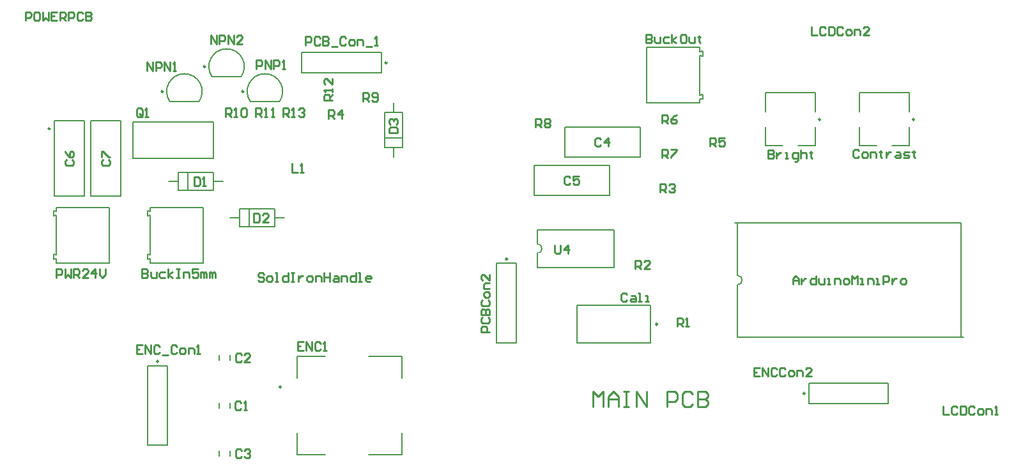
<source format=gto>
G04*
G04 #@! TF.GenerationSoftware,Altium Limited,Altium Designer,24.4.1 (13)*
G04*
G04 Layer_Color=65535*
%FSLAX44Y44*%
%MOMM*%
G71*
G04*
G04 #@! TF.SameCoordinates,D16DE8F3-FD65-4EAC-9AAE-F1089B62832C*
G04*
G04*
G04 #@! TF.FilePolarity,Positive*
G04*
G01*
G75*
%ADD34C,0.2000*%
%ADD35C,0.2500*%
%ADD36C,0.2540*%
D34*
X1367736Y900614D02*
G03*
X1367736Y913114I0J6250D01*
G01*
X1102360Y942320D02*
G03*
X1102360Y955020I0J6350D01*
G01*
X1367736Y831214D02*
Y900614D01*
Y913114D02*
Y982514D01*
Y831214D02*
X1667736D01*
X1663926D02*
Y982514D01*
X1363926D02*
X1663926D01*
X1102360Y923670D02*
X1203960D01*
Y973670D01*
X1102360D02*
X1203960D01*
X1102360Y955020D02*
Y973670D01*
Y923670D02*
Y942320D01*
X1247700Y1141560D02*
X1317700D01*
X1247700Y1215560D02*
X1317700D01*
X1247700Y1141560D02*
Y1215560D01*
X1321700Y1204010D02*
Y1210510D01*
X1317700Y1209760D02*
X1321700Y1210510D01*
X1317700Y1204760D02*
X1321700Y1204010D01*
X1317700Y1209760D02*
Y1215560D01*
Y1152360D02*
X1321700Y1153110D01*
X1317700Y1147360D02*
X1321700Y1146610D01*
Y1153110D01*
X1317700Y1141560D02*
Y1147360D01*
Y1152360D02*
Y1204760D01*
X1404640Y1155090D02*
X1470640D01*
Y1130040D02*
Y1155090D01*
Y1085190D02*
Y1109540D01*
X1404640Y1085190D02*
Y1109540D01*
Y1130040D02*
Y1155090D01*
X1447890Y1085190D02*
X1470640D01*
X1404640D02*
X1427390D01*
X1529100Y1155090D02*
X1595100D01*
Y1130040D02*
Y1155090D01*
Y1085190D02*
Y1109540D01*
X1529100Y1085190D02*
Y1109540D01*
Y1130040D02*
Y1155090D01*
X1572350Y1085190D02*
X1595100D01*
X1529100D02*
X1551850D01*
X1138720Y1069660D02*
X1238720D01*
X1138720D02*
Y1109660D01*
X1238720Y1069660D02*
Y1109660D01*
X1138720D02*
X1238720D01*
X1098080Y1018860D02*
X1198080D01*
X1098080D02*
Y1058860D01*
X1198080Y1018860D02*
Y1058860D01*
X1098080D02*
X1198080D01*
X1048370Y929000D02*
X1075070D01*
X1048370Y823600D02*
Y929000D01*
Y823600D02*
X1075070D01*
Y929000D01*
X1155060Y873110D02*
X1252860D01*
Y823510D02*
Y873110D01*
X1155060Y823510D02*
X1252860D01*
X1155060D02*
Y873110D01*
X1462108Y743160D02*
Y769860D01*
Y743160D02*
X1567508D01*
Y769860D01*
X1462108D02*
X1567508D01*
X761019Y1143618D02*
G03*
X722343Y1143615I-19339J13352D01*
G01*
X710219Y1176638D02*
G03*
X671543Y1176635I-19339J13352D01*
G01*
X654339Y1143618D02*
G03*
X615663Y1143615I-19339J13352D01*
G01*
X639690Y1025840D02*
Y1049340D01*
X614290Y1037590D02*
X626990D01*
X673490D02*
X686190D01*
X673490Y1025840D02*
Y1049340D01*
X626990Y1025840D02*
X673490D01*
X626990D02*
Y1049340D01*
X673490D01*
X722344Y1143620D02*
X761016D01*
X671544Y1176640D02*
X710217D01*
X615663Y1143620D02*
X654336D01*
X566410Y1116875D02*
X673110D01*
X566410Y1068575D02*
Y1116875D01*
Y1068575D02*
X673110D01*
Y1116875D01*
X550860Y1018070D02*
Y1118070D01*
X510860Y1018070D02*
X550860D01*
X510860Y1118070D02*
X550860D01*
X510860Y1018070D02*
Y1118070D01*
X502600Y1018070D02*
Y1118070D01*
X462600Y1018070D02*
X502600D01*
X462600Y1118070D02*
X502600D01*
X462600Y1018070D02*
Y1118070D01*
X465380Y1003470D02*
X535380D01*
X465380Y929470D02*
X535380D01*
Y1003470D01*
X461380Y934520D02*
Y941020D01*
Y934520D02*
X465380Y935270D01*
X461380Y941020D02*
X465380Y940270D01*
Y929470D02*
Y935270D01*
X461380Y991920D02*
X465380Y992670D01*
X461380Y998420D02*
X465380Y997670D01*
X461380Y991920D02*
Y998420D01*
X465380Y997670D02*
Y1003470D01*
Y940270D02*
Y992670D01*
X589840Y1003470D02*
X659840D01*
X589840Y929470D02*
X659840D01*
Y1003470D01*
X585840Y934520D02*
Y941020D01*
Y934520D02*
X589840Y935270D01*
X585840Y941020D02*
X589840Y940270D01*
Y929470D02*
Y935270D01*
X585840Y991920D02*
X589840Y992670D01*
X585840Y998420D02*
X589840Y997670D01*
X585840Y991920D02*
Y998420D01*
X589840Y997670D02*
Y1003470D01*
Y940270D02*
Y992670D01*
X708270Y1001080D02*
X754770D01*
X708270Y977580D02*
Y1001080D01*
Y977580D02*
X754770D01*
Y1001080D01*
Y989330D02*
X767470D01*
X695570D02*
X708270D01*
X720970Y977580D02*
Y1001080D01*
X895980Y1181720D02*
Y1208420D01*
X790580D02*
X895980D01*
X790580Y1181720D02*
Y1208420D01*
Y1181720D02*
X895980D01*
X900110Y1082920D02*
Y1129420D01*
Y1082920D02*
X923610D01*
Y1129420D01*
X900110D02*
X923610D01*
X911860D02*
Y1142120D01*
Y1070220D02*
Y1082920D01*
X900110Y1095620D02*
X923610D01*
X680840Y800410D02*
Y807410D01*
X695840Y800410D02*
Y807410D01*
X680840Y736910D02*
Y743910D01*
X695840Y736910D02*
Y743910D01*
X680840Y673410D02*
Y680410D01*
X695840Y673410D02*
Y680410D01*
X879190Y805410D02*
X922940D01*
X783940D02*
X821690D01*
X783940Y675410D02*
Y703910D01*
Y776910D02*
Y805410D01*
X879190Y675410D02*
X922940D01*
X783940D02*
X821690D01*
X922940D02*
Y703910D01*
Y776910D02*
Y805410D01*
X586090Y793110D02*
X612790D01*
X586090Y687710D02*
Y793110D01*
Y687710D02*
X612790D01*
Y793110D01*
D35*
X1477890Y1119790D02*
G03*
X1477890Y1119790I-1250J0D01*
G01*
X1602350D02*
G03*
X1602350Y1119790I-1250J0D01*
G01*
X1062970Y935000D02*
G03*
X1062970Y935000I-1250J0D01*
G01*
X1261710Y848310D02*
G03*
X1261710Y848310I-1250J0D01*
G01*
X1457358Y756510D02*
G03*
X1457358Y756510I-1250J0D01*
G01*
X713430Y1156970D02*
G03*
X713430Y1156970I-1250J0D01*
G01*
X662630Y1189990D02*
G03*
X662630Y1189990I-1250J0D01*
G01*
X606750Y1156970D02*
G03*
X606750Y1156970I-1250J0D01*
G01*
X903230Y1195070D02*
G03*
X903230Y1195070I-1250J0D01*
G01*
X763190Y765160D02*
G03*
X763190Y765160I-1250J0D01*
G01*
X600690Y799110D02*
G03*
X600690Y799110I-1250J0D01*
G01*
D36*
X1176020Y739140D02*
Y759453D01*
X1182791Y752682D01*
X1189562Y759453D01*
Y739140D01*
X1196333D02*
Y752682D01*
X1203105Y759453D01*
X1209876Y752682D01*
Y739140D01*
Y749297D01*
X1196333D01*
X1216647Y759453D02*
X1223418D01*
X1220032D01*
Y739140D01*
X1216647D01*
X1223418D01*
X1233575D02*
Y759453D01*
X1247117Y739140D01*
Y759453D01*
X1274202Y739140D02*
Y759453D01*
X1284358D01*
X1287744Y756068D01*
Y749297D01*
X1284358Y745911D01*
X1274202D01*
X1308057Y756068D02*
X1304672Y759453D01*
X1297901D01*
X1294515Y756068D01*
Y742526D01*
X1297901Y739140D01*
X1304672D01*
X1308057Y742526D01*
X1314828Y759453D02*
Y739140D01*
X1324985D01*
X1328371Y742526D01*
Y745911D01*
X1324985Y749297D01*
X1314828D01*
X1324985D01*
X1328371Y752682D01*
Y756068D01*
X1324985Y759453D01*
X1314828D01*
X1125858Y953133D02*
Y943611D01*
X1127763Y941707D01*
X1131571D01*
X1133476Y943611D01*
Y953133D01*
X1142998Y941707D02*
Y953133D01*
X1137284Y947420D01*
X1144902D01*
X1465592Y1242693D02*
Y1231267D01*
X1473210D01*
X1484636Y1240789D02*
X1482732Y1242693D01*
X1478923D01*
X1477019Y1240789D01*
Y1233171D01*
X1478923Y1231267D01*
X1482732D01*
X1484636Y1233171D01*
X1488445Y1242693D02*
Y1231267D01*
X1494158D01*
X1496062Y1233171D01*
Y1240789D01*
X1494158Y1242693D01*
X1488445D01*
X1507489Y1240789D02*
X1505584Y1242693D01*
X1501776D01*
X1499871Y1240789D01*
Y1233171D01*
X1501776Y1231267D01*
X1505584D01*
X1507489Y1233171D01*
X1513202Y1231267D02*
X1517011D01*
X1518915Y1233171D01*
Y1236980D01*
X1517011Y1238884D01*
X1513202D01*
X1511298Y1236980D01*
Y1233171D01*
X1513202Y1231267D01*
X1522724D02*
Y1238884D01*
X1528437D01*
X1530341Y1236980D01*
Y1231267D01*
X1541768D02*
X1534150D01*
X1541768Y1238884D01*
Y1240789D01*
X1539863Y1242693D01*
X1536055D01*
X1534150Y1240789D01*
X1100458Y1109347D02*
Y1120773D01*
X1106171D01*
X1108076Y1118869D01*
Y1115060D01*
X1106171Y1113156D01*
X1100458D01*
X1104267D02*
X1108076Y1109347D01*
X1111884Y1118869D02*
X1113789Y1120773D01*
X1117598D01*
X1119502Y1118869D01*
Y1116964D01*
X1117598Y1115060D01*
X1119502Y1113156D01*
Y1111251D01*
X1117598Y1109347D01*
X1113789D01*
X1111884Y1111251D01*
Y1113156D01*
X1113789Y1115060D01*
X1111884Y1116964D01*
Y1118869D01*
X1113789Y1115060D02*
X1117598D01*
X1268098Y1068707D02*
Y1080133D01*
X1273811D01*
X1275716Y1078229D01*
Y1074420D01*
X1273811Y1072516D01*
X1268098D01*
X1271907D02*
X1275716Y1068707D01*
X1279524Y1080133D02*
X1287142D01*
Y1078229D01*
X1279524Y1070611D01*
Y1068707D01*
X1268098Y1114427D02*
Y1125853D01*
X1273811D01*
X1275716Y1123949D01*
Y1120140D01*
X1273811Y1118236D01*
X1268098D01*
X1271907D02*
X1275716Y1114427D01*
X1287142Y1125853D02*
X1283333Y1123949D01*
X1279524Y1120140D01*
Y1116331D01*
X1281429Y1114427D01*
X1285237D01*
X1287142Y1116331D01*
Y1118236D01*
X1285237Y1120140D01*
X1279524D01*
X1331598Y1083947D02*
Y1095373D01*
X1337311D01*
X1339216Y1093469D01*
Y1089660D01*
X1337311Y1087756D01*
X1331598D01*
X1335407D02*
X1339216Y1083947D01*
X1350642Y1095373D02*
X1343024D01*
Y1089660D01*
X1346833Y1091564D01*
X1348737D01*
X1350642Y1089660D01*
Y1085851D01*
X1348737Y1083947D01*
X1344929D01*
X1343024Y1085851D01*
X1265558Y1022987D02*
Y1034413D01*
X1271271D01*
X1273176Y1032509D01*
Y1028700D01*
X1271271Y1026796D01*
X1265558D01*
X1269367D02*
X1273176Y1022987D01*
X1276984Y1032509D02*
X1278889Y1034413D01*
X1282697D01*
X1284602Y1032509D01*
Y1030604D01*
X1282697Y1028700D01*
X1280793D01*
X1282697D01*
X1284602Y1026796D01*
Y1024891D01*
X1282697Y1022987D01*
X1278889D01*
X1276984Y1024891D01*
X1232538Y921387D02*
Y932813D01*
X1238251D01*
X1240156Y930909D01*
Y927100D01*
X1238251Y925196D01*
X1232538D01*
X1236347D02*
X1240156Y921387D01*
X1251582D02*
X1243964D01*
X1251582Y929004D01*
Y930909D01*
X1249678Y932813D01*
X1245869D01*
X1243964Y930909D01*
X1287782Y845187D02*
Y856613D01*
X1293496D01*
X1295400Y854709D01*
Y850900D01*
X1293496Y848996D01*
X1287782D01*
X1291591D02*
X1295400Y845187D01*
X1299209D02*
X1303018D01*
X1301113D01*
Y856613D01*
X1299209Y854709D01*
X1039493Y838212D02*
X1028067D01*
Y843925D01*
X1029971Y845830D01*
X1033780D01*
X1035684Y843925D01*
Y838212D01*
X1029971Y857256D02*
X1028067Y855352D01*
Y851543D01*
X1029971Y849639D01*
X1037589D01*
X1039493Y851543D01*
Y855352D01*
X1037589Y857256D01*
X1028067Y861065D02*
X1039493D01*
Y866778D01*
X1037589Y868682D01*
X1035684D01*
X1033780Y866778D01*
Y861065D01*
Y866778D01*
X1031876Y868682D01*
X1029971D01*
X1028067Y866778D01*
Y861065D01*
X1029971Y880109D02*
X1028067Y878204D01*
Y874396D01*
X1029971Y872491D01*
X1037589D01*
X1039493Y874396D01*
Y878204D01*
X1037589Y880109D01*
X1039493Y885822D02*
Y889631D01*
X1037589Y891535D01*
X1033780D01*
X1031876Y889631D01*
Y885822D01*
X1033780Y883918D01*
X1037589D01*
X1039493Y885822D01*
Y895344D02*
X1031876D01*
Y901057D01*
X1033780Y902961D01*
X1039493D01*
Y914388D02*
Y906770D01*
X1031876Y914388D01*
X1029971D01*
X1028067Y912483D01*
Y908675D01*
X1029971Y906770D01*
X1640217Y739773D02*
Y728347D01*
X1647834D01*
X1659261Y737869D02*
X1657356Y739773D01*
X1653547D01*
X1651643Y737869D01*
Y730251D01*
X1653547Y728347D01*
X1657356D01*
X1659261Y730251D01*
X1663069Y739773D02*
Y728347D01*
X1668782D01*
X1670687Y730251D01*
Y737869D01*
X1668782Y739773D01*
X1663069D01*
X1682113Y737869D02*
X1680209Y739773D01*
X1676400D01*
X1674496Y737869D01*
Y730251D01*
X1676400Y728347D01*
X1680209D01*
X1682113Y730251D01*
X1687826Y728347D02*
X1691635D01*
X1693539Y730251D01*
Y734060D01*
X1691635Y735964D01*
X1687826D01*
X1685922Y734060D01*
Y730251D01*
X1687826Y728347D01*
X1697348D02*
Y735964D01*
X1703061D01*
X1704966Y734060D01*
Y728347D01*
X1708775D02*
X1712583D01*
X1710679D01*
Y739773D01*
X1708775Y737869D01*
X1397010Y790573D02*
X1389392D01*
Y779147D01*
X1397010D01*
X1389392Y784860D02*
X1393201D01*
X1400819Y779147D02*
Y790573D01*
X1408436Y779147D01*
Y790573D01*
X1419863Y788669D02*
X1417958Y790573D01*
X1414149D01*
X1412245Y788669D01*
Y781051D01*
X1414149Y779147D01*
X1417958D01*
X1419863Y781051D01*
X1431289Y788669D02*
X1429384Y790573D01*
X1425576D01*
X1423671Y788669D01*
Y781051D01*
X1425576Y779147D01*
X1429384D01*
X1431289Y781051D01*
X1437002Y779147D02*
X1440811D01*
X1442715Y781051D01*
Y784860D01*
X1440811Y786764D01*
X1437002D01*
X1435098Y784860D01*
Y781051D01*
X1437002Y779147D01*
X1446524D02*
Y786764D01*
X1452237D01*
X1454141Y784860D01*
Y779147D01*
X1465568D02*
X1457950D01*
X1465568Y786764D01*
Y788669D01*
X1463663Y790573D01*
X1459855D01*
X1457950Y788669D01*
X1528773Y1078229D02*
X1526869Y1080133D01*
X1523060D01*
X1521156Y1078229D01*
Y1070611D01*
X1523060Y1068707D01*
X1526869D01*
X1528773Y1070611D01*
X1534486Y1068707D02*
X1538295D01*
X1540200Y1070611D01*
Y1074420D01*
X1538295Y1076324D01*
X1534486D01*
X1532582Y1074420D01*
Y1070611D01*
X1534486Y1068707D01*
X1544008D02*
Y1076324D01*
X1549722D01*
X1551626Y1074420D01*
Y1068707D01*
X1557339Y1078229D02*
Y1076324D01*
X1555435D01*
X1559243D01*
X1557339D01*
Y1070611D01*
X1559243Y1068707D01*
X1564957Y1076324D02*
Y1068707D01*
Y1072516D01*
X1566861Y1074420D01*
X1568765Y1076324D01*
X1570670D01*
X1578287D02*
X1582096D01*
X1584000Y1074420D01*
Y1068707D01*
X1578287D01*
X1576383Y1070611D01*
X1578287Y1072516D01*
X1584000D01*
X1587809Y1068707D02*
X1593522D01*
X1595427Y1070611D01*
X1593522Y1072516D01*
X1589714D01*
X1587809Y1074420D01*
X1589714Y1076324D01*
X1595427D01*
X1601140Y1078229D02*
Y1076324D01*
X1599236D01*
X1603044D01*
X1601140D01*
Y1070611D01*
X1603044Y1068707D01*
X1221426Y887729D02*
X1219521Y889633D01*
X1215713D01*
X1213808Y887729D01*
Y880111D01*
X1215713Y878207D01*
X1219521D01*
X1221426Y880111D01*
X1227139Y885824D02*
X1230948D01*
X1232852Y883920D01*
Y878207D01*
X1227139D01*
X1225235Y880111D01*
X1227139Y882016D01*
X1232852D01*
X1236661Y878207D02*
X1240470D01*
X1238565D01*
Y889633D01*
X1236661D01*
X1246183Y878207D02*
X1249992D01*
X1248087D01*
Y885824D01*
X1246183D01*
X1146176Y1042669D02*
X1144271Y1044573D01*
X1140462D01*
X1138558Y1042669D01*
Y1035051D01*
X1140462Y1033147D01*
X1144271D01*
X1146176Y1035051D01*
X1157602Y1044573D02*
X1149984D01*
Y1038860D01*
X1153793Y1040764D01*
X1155697D01*
X1157602Y1038860D01*
Y1035051D01*
X1155697Y1033147D01*
X1151889D01*
X1149984Y1035051D01*
X1186816Y1093469D02*
X1184911Y1095373D01*
X1181103D01*
X1179198Y1093469D01*
Y1085851D01*
X1181103Y1083947D01*
X1184911D01*
X1186816Y1085851D01*
X1196338Y1083947D02*
Y1095373D01*
X1190624Y1089660D01*
X1198242D01*
X1246517Y1232533D02*
Y1221107D01*
X1252230D01*
X1254134Y1223011D01*
Y1224916D01*
X1252230Y1226820D01*
X1246517D01*
X1252230D01*
X1254134Y1228724D01*
Y1230629D01*
X1252230Y1232533D01*
X1246517D01*
X1257943Y1228724D02*
Y1223011D01*
X1259847Y1221107D01*
X1265561D01*
Y1228724D01*
X1276987D02*
X1271274D01*
X1269369Y1226820D01*
Y1223011D01*
X1271274Y1221107D01*
X1276987D01*
X1280796D02*
Y1232533D01*
Y1224916D02*
X1286509Y1228724D01*
X1280796Y1224916D02*
X1286509Y1221107D01*
X1297935Y1232533D02*
X1294126D01*
X1292222Y1230629D01*
Y1223011D01*
X1294126Y1221107D01*
X1297935D01*
X1299839Y1223011D01*
Y1230629D01*
X1297935Y1232533D01*
X1303648Y1228724D02*
Y1223011D01*
X1305553Y1221107D01*
X1311266D01*
Y1228724D01*
X1316979Y1230629D02*
Y1228724D01*
X1315075D01*
X1318883D01*
X1316979D01*
Y1223011D01*
X1318883Y1221107D01*
X1408122Y1079498D02*
Y1068071D01*
X1413835D01*
X1415740Y1069976D01*
Y1071880D01*
X1413835Y1073784D01*
X1408122D01*
X1413835D01*
X1415740Y1075689D01*
Y1077593D01*
X1413835Y1079498D01*
X1408122D01*
X1419548Y1075689D02*
Y1068071D01*
Y1071880D01*
X1421453Y1073784D01*
X1423357Y1075689D01*
X1425262D01*
X1430975Y1068071D02*
X1434783D01*
X1432879D01*
Y1075689D01*
X1430975D01*
X1444305Y1064262D02*
X1446210D01*
X1448114Y1066167D01*
Y1075689D01*
X1442401D01*
X1440497Y1073784D01*
Y1069976D01*
X1442401Y1068071D01*
X1448114D01*
X1451923Y1079498D02*
Y1068071D01*
Y1073784D01*
X1453827Y1075689D01*
X1457636D01*
X1459540Y1073784D01*
Y1068071D01*
X1465254Y1077593D02*
Y1075689D01*
X1463349D01*
X1467158D01*
X1465254D01*
Y1069976D01*
X1467158Y1068071D01*
X1441157Y901067D02*
Y908684D01*
X1444966Y912493D01*
X1448774Y908684D01*
Y901067D01*
Y906780D01*
X1441157D01*
X1452583Y908684D02*
Y901067D01*
Y904876D01*
X1454487Y906780D01*
X1456392Y908684D01*
X1458296D01*
X1471627Y912493D02*
Y901067D01*
X1465914D01*
X1464009Y902971D01*
Y906780D01*
X1465914Y908684D01*
X1471627D01*
X1475436D02*
Y902971D01*
X1477340Y901067D01*
X1483053D01*
Y908684D01*
X1486862Y901067D02*
X1490671D01*
X1488766D01*
Y908684D01*
X1486862D01*
X1496384Y901067D02*
Y908684D01*
X1502097D01*
X1504001Y906780D01*
Y901067D01*
X1509715D02*
X1513523D01*
X1515428Y902971D01*
Y906780D01*
X1513523Y908684D01*
X1509715D01*
X1507810Y906780D01*
Y902971D01*
X1509715Y901067D01*
X1519237D02*
Y912493D01*
X1523045Y908684D01*
X1526854Y912493D01*
Y901067D01*
X1530663D02*
X1534472D01*
X1532567D01*
Y908684D01*
X1530663D01*
X1540185Y901067D02*
Y908684D01*
X1545898D01*
X1547802Y906780D01*
Y901067D01*
X1551611D02*
X1555420D01*
X1553515D01*
Y908684D01*
X1551611D01*
X1561133Y901067D02*
Y912493D01*
X1566846D01*
X1568751Y910589D01*
Y906780D01*
X1566846Y904876D01*
X1561133D01*
X1572559Y908684D02*
Y901067D01*
Y904876D01*
X1574464Y906780D01*
X1576368Y908684D01*
X1578273D01*
X1585890Y901067D02*
X1589699D01*
X1591603Y902971D01*
Y906780D01*
X1589699Y908684D01*
X1585890D01*
X1583986Y906780D01*
Y902971D01*
X1585890Y901067D01*
X457066Y1107694D02*
G03*
X457066Y1107694I-1136J0D01*
G01*
X424180Y1250950D02*
Y1262376D01*
X429893D01*
X431797Y1260472D01*
Y1256663D01*
X429893Y1254759D01*
X424180D01*
X441320Y1262376D02*
X437511D01*
X435606Y1260472D01*
Y1252854D01*
X437511Y1250950D01*
X441320D01*
X443224Y1252854D01*
Y1260472D01*
X441320Y1262376D01*
X447033D02*
Y1250950D01*
X450841Y1254759D01*
X454650Y1250950D01*
Y1262376D01*
X466077D02*
X458459D01*
Y1250950D01*
X466077D01*
X458459Y1256663D02*
X462268D01*
X469885Y1250950D02*
Y1262376D01*
X475598D01*
X477503Y1260472D01*
Y1256663D01*
X475598Y1254759D01*
X469885D01*
X473694D02*
X477503Y1250950D01*
X481312D02*
Y1262376D01*
X487025D01*
X488929Y1260472D01*
Y1256663D01*
X487025Y1254759D01*
X481312D01*
X500355Y1260472D02*
X498451Y1262376D01*
X494642D01*
X492738Y1260472D01*
Y1252854D01*
X494642Y1250950D01*
X498451D01*
X500355Y1252854D01*
X504164Y1262376D02*
Y1250950D01*
X509877D01*
X511782Y1252854D01*
Y1254759D01*
X509877Y1256663D01*
X504164D01*
X509877D01*
X511782Y1258568D01*
Y1260472D01*
X509877Y1262376D01*
X504164D01*
X740114Y914399D02*
X738210Y916303D01*
X734401D01*
X732497Y914399D01*
Y912494D01*
X734401Y910590D01*
X738210D01*
X740114Y908686D01*
Y906781D01*
X738210Y904877D01*
X734401D01*
X732497Y906781D01*
X745827Y904877D02*
X749636D01*
X751541Y906781D01*
Y910590D01*
X749636Y912494D01*
X745827D01*
X743923Y910590D01*
Y906781D01*
X745827Y904877D01*
X755349D02*
X759158D01*
X757254D01*
Y916303D01*
X755349D01*
X772489D02*
Y904877D01*
X766776D01*
X764871Y906781D01*
Y910590D01*
X766776Y912494D01*
X772489D01*
X776298Y916303D02*
X780106D01*
X778202D01*
Y904877D01*
X776298D01*
X780106D01*
X785820Y912494D02*
Y904877D01*
Y908686D01*
X787724Y910590D01*
X789628Y912494D01*
X791533D01*
X799150Y904877D02*
X802959D01*
X804863Y906781D01*
Y910590D01*
X802959Y912494D01*
X799150D01*
X797246Y910590D01*
Y906781D01*
X799150Y904877D01*
X808672D02*
Y912494D01*
X814385D01*
X816290Y910590D01*
Y904877D01*
X820098Y916303D02*
Y904877D01*
Y910590D01*
X827716D01*
Y916303D01*
Y904877D01*
X833429Y912494D02*
X837238D01*
X839142Y910590D01*
Y904877D01*
X833429D01*
X831525Y906781D01*
X833429Y908686D01*
X839142D01*
X842951Y904877D02*
Y912494D01*
X848664D01*
X850569Y910590D01*
Y904877D01*
X861995Y916303D02*
Y904877D01*
X856282D01*
X854378Y906781D01*
Y910590D01*
X856282Y912494D01*
X861995D01*
X865804Y904877D02*
X869613D01*
X867708D01*
Y916303D01*
X865804D01*
X881039Y904877D02*
X877230D01*
X875326Y906781D01*
Y910590D01*
X877230Y912494D01*
X881039D01*
X882943Y910590D01*
Y908686D01*
X875326D01*
X765497Y1123317D02*
Y1134743D01*
X771210D01*
X773115Y1132839D01*
Y1129030D01*
X771210Y1127126D01*
X765497D01*
X769306D02*
X773115Y1123317D01*
X776923D02*
X780732D01*
X778828D01*
Y1134743D01*
X776923Y1132839D01*
X786445D02*
X788350Y1134743D01*
X792159D01*
X794063Y1132839D01*
Y1130934D01*
X792159Y1129030D01*
X790254D01*
X792159D01*
X794063Y1127126D01*
Y1125221D01*
X792159Y1123317D01*
X788350D01*
X786445Y1125221D01*
X831213Y1145227D02*
X819787D01*
Y1150940D01*
X821691Y1152845D01*
X825500D01*
X827404Y1150940D01*
Y1145227D01*
Y1149036D02*
X831213Y1152845D01*
Y1156653D02*
Y1160462D01*
Y1158558D01*
X819787D01*
X821691Y1156653D01*
X831213Y1173793D02*
Y1166175D01*
X823596Y1173793D01*
X821691D01*
X819787Y1171889D01*
Y1168080D01*
X821691Y1166175D01*
X729302Y1123317D02*
Y1134743D01*
X735015D01*
X736919Y1132839D01*
Y1129030D01*
X735015Y1127126D01*
X729302D01*
X733110D02*
X736919Y1123317D01*
X740728D02*
X744537D01*
X742632D01*
Y1134743D01*
X740728Y1132839D01*
X750250Y1123317D02*
X754059D01*
X752154D01*
Y1134743D01*
X750250Y1132839D01*
X689297Y1123317D02*
Y1134743D01*
X695010D01*
X696915Y1132839D01*
Y1129030D01*
X695010Y1127126D01*
X689297D01*
X693106D02*
X696915Y1123317D01*
X700723D02*
X704532D01*
X702628D01*
Y1134743D01*
X700723Y1132839D01*
X710245D02*
X712150Y1134743D01*
X715958D01*
X717863Y1132839D01*
Y1125221D01*
X715958Y1123317D01*
X712150D01*
X710245Y1125221D01*
Y1132839D01*
X871858Y1143637D02*
Y1155063D01*
X877571D01*
X879476Y1153159D01*
Y1149350D01*
X877571Y1147446D01*
X871858D01*
X875667D02*
X879476Y1143637D01*
X883284Y1145541D02*
X885189Y1143637D01*
X888997D01*
X890902Y1145541D01*
Y1153159D01*
X888997Y1155063D01*
X885189D01*
X883284Y1153159D01*
Y1151254D01*
X885189Y1149350D01*
X890902D01*
X826138Y1120777D02*
Y1132203D01*
X831851D01*
X833756Y1130299D01*
Y1126490D01*
X831851Y1124586D01*
X826138D01*
X829947D02*
X833756Y1120777D01*
X843278D02*
Y1132203D01*
X837564Y1126490D01*
X845182D01*
X579120Y1125221D02*
Y1132839D01*
X577216Y1134743D01*
X573407D01*
X571502Y1132839D01*
Y1125221D01*
X573407Y1123317D01*
X577216D01*
X575311Y1127126D02*
X579120Y1123317D01*
X577216D02*
X579120Y1125221D01*
X582929Y1123317D02*
X586738D01*
X584833D01*
Y1134743D01*
X582929Y1132839D01*
X730256Y1186817D02*
Y1198243D01*
X735969D01*
X737874Y1196339D01*
Y1192530D01*
X735969Y1190626D01*
X730256D01*
X741683Y1186817D02*
Y1198243D01*
X749300Y1186817D01*
Y1198243D01*
X753109Y1186817D02*
Y1198243D01*
X758822D01*
X760726Y1196339D01*
Y1192530D01*
X758822Y1190626D01*
X753109D01*
X764535Y1186817D02*
X768344D01*
X766440D01*
Y1198243D01*
X764535Y1196339D01*
X795670Y1218249D02*
Y1229675D01*
X801384D01*
X803288Y1227771D01*
Y1223962D01*
X801384Y1222058D01*
X795670D01*
X814714Y1227771D02*
X812810Y1229675D01*
X809001D01*
X807097Y1227771D01*
Y1220153D01*
X809001Y1218249D01*
X812810D01*
X814714Y1220153D01*
X818523Y1229675D02*
Y1218249D01*
X824236D01*
X826141Y1220153D01*
Y1222058D01*
X824236Y1223962D01*
X818523D01*
X824236D01*
X826141Y1225867D01*
Y1227771D01*
X824236Y1229675D01*
X818523D01*
X829949Y1216345D02*
X837567D01*
X848993Y1227771D02*
X847089Y1229675D01*
X843280D01*
X841376Y1227771D01*
Y1220153D01*
X843280Y1218249D01*
X847089D01*
X848993Y1220153D01*
X854706Y1218249D02*
X858515D01*
X860419Y1220153D01*
Y1223962D01*
X858515Y1225867D01*
X854706D01*
X852802Y1223962D01*
Y1220153D01*
X854706Y1218249D01*
X864228D02*
Y1225867D01*
X869941D01*
X871846Y1223962D01*
Y1218249D01*
X875655Y1216345D02*
X883272D01*
X887081Y1218249D02*
X890890D01*
X888985D01*
Y1229675D01*
X887081Y1227771D01*
X669932Y1219837D02*
Y1231263D01*
X677549Y1219837D01*
Y1231263D01*
X681358Y1219837D02*
Y1231263D01*
X687071D01*
X688976Y1229359D01*
Y1225550D01*
X687071Y1223646D01*
X681358D01*
X692784Y1219837D02*
Y1231263D01*
X700402Y1219837D01*
Y1231263D01*
X711828Y1219837D02*
X704211D01*
X711828Y1227454D01*
Y1229359D01*
X709924Y1231263D01*
X706115D01*
X704211Y1229359D01*
X585476Y1184277D02*
Y1195703D01*
X593094Y1184277D01*
Y1195703D01*
X596903Y1184277D02*
Y1195703D01*
X602616D01*
X604520Y1193799D01*
Y1189990D01*
X602616Y1188086D01*
X596903D01*
X608329Y1184277D02*
Y1195703D01*
X615946Y1184277D01*
Y1195703D01*
X619755Y1184277D02*
X623564D01*
X621660D01*
Y1195703D01*
X619755Y1193799D01*
X777243Y1061083D02*
Y1049657D01*
X784860D01*
X788669D02*
X792478D01*
X790573D01*
Y1061083D01*
X788669Y1059179D01*
X727078Y995043D02*
Y983617D01*
X732791D01*
X734696Y985521D01*
Y993139D01*
X732791Y995043D01*
X727078D01*
X746122Y983617D02*
X738504D01*
X746122Y991234D01*
Y993139D01*
X744218Y995043D01*
X740409D01*
X738504Y993139D01*
X647702Y1043303D02*
Y1031877D01*
X653416D01*
X655320Y1033781D01*
Y1041399D01*
X653416Y1043303D01*
X647702D01*
X659129Y1031877D02*
X662938D01*
X661033D01*
Y1043303D01*
X659129Y1041399D01*
X527051Y1066166D02*
X525147Y1064261D01*
Y1060452D01*
X527051Y1058548D01*
X534669D01*
X536573Y1060452D01*
Y1064261D01*
X534669Y1066166D01*
X525147Y1069974D02*
Y1077592D01*
X527051D01*
X534669Y1069974D01*
X536573D01*
X478791Y1066166D02*
X476887Y1064261D01*
Y1060452D01*
X478791Y1058548D01*
X486409D01*
X488313Y1060452D01*
Y1064261D01*
X486409Y1066166D01*
X476887Y1077592D02*
X478791Y1073783D01*
X482600Y1069974D01*
X486409D01*
X488313Y1071879D01*
Y1075688D01*
X486409Y1077592D01*
X484504D01*
X482600Y1075688D01*
Y1069974D01*
X578818Y921383D02*
Y909957D01*
X584531D01*
X586436Y911861D01*
Y913766D01*
X584531Y915670D01*
X578818D01*
X584531D01*
X586436Y917574D01*
Y919479D01*
X584531Y921383D01*
X578818D01*
X590244Y917574D02*
Y911861D01*
X592149Y909957D01*
X597862D01*
Y917574D01*
X609288D02*
X603575D01*
X601671Y915670D01*
Y911861D01*
X603575Y909957D01*
X609288D01*
X613097D02*
Y921383D01*
Y913766D02*
X618810Y917574D01*
X613097Y913766D02*
X618810Y909957D01*
X624523Y921383D02*
X628332D01*
X626428D01*
Y909957D01*
X624523D01*
X628332D01*
X634045D02*
Y917574D01*
X639758D01*
X641663Y915670D01*
Y909957D01*
X653089Y921383D02*
X645472D01*
Y915670D01*
X649280Y917574D01*
X651185D01*
X653089Y915670D01*
Y911861D01*
X651185Y909957D01*
X647376D01*
X645472Y911861D01*
X656898Y909957D02*
Y917574D01*
X658802D01*
X660707Y915670D01*
Y909957D01*
Y915670D01*
X662611Y917574D01*
X664516Y915670D01*
Y909957D01*
X668324D02*
Y917574D01*
X670229D01*
X672133Y915670D01*
Y909957D01*
Y915670D01*
X674037Y917574D01*
X675942Y915670D01*
Y909957D01*
X465465D02*
Y921383D01*
X471179D01*
X473083Y919479D01*
Y915670D01*
X471179Y913766D01*
X465465D01*
X476892Y921383D02*
Y909957D01*
X480700Y913766D01*
X484509Y909957D01*
Y921383D01*
X488318Y909957D02*
Y921383D01*
X494031D01*
X495936Y919479D01*
Y915670D01*
X494031Y913766D01*
X488318D01*
X492127D02*
X495936Y909957D01*
X507362D02*
X499744D01*
X507362Y917574D01*
Y919479D01*
X505457Y921383D01*
X501649D01*
X499744Y919479D01*
X516884Y909957D02*
Y921383D01*
X511171Y915670D01*
X518788D01*
X522597Y921383D02*
Y913766D01*
X526406Y909957D01*
X530215Y913766D01*
Y921383D01*
X906147Y1101728D02*
X917573D01*
Y1107441D01*
X915669Y1109346D01*
X908051D01*
X906147Y1107441D01*
Y1101728D01*
X908051Y1113154D02*
X906147Y1115059D01*
Y1118868D01*
X908051Y1120772D01*
X909956D01*
X911860Y1118868D01*
Y1116963D01*
Y1118868D01*
X913764Y1120772D01*
X915669D01*
X917573Y1118868D01*
Y1115059D01*
X915669Y1113154D01*
X579131Y820735D02*
X571513D01*
Y809309D01*
X579131D01*
X571513Y815022D02*
X575322D01*
X582940Y809309D02*
Y820735D01*
X590557Y809309D01*
Y820735D01*
X601984Y818831D02*
X600079Y820735D01*
X596270D01*
X594366Y818831D01*
Y811213D01*
X596270Y809309D01*
X600079D01*
X601984Y811213D01*
X605793Y807405D02*
X613410D01*
X624836Y818831D02*
X622932Y820735D01*
X619123D01*
X617219Y818831D01*
Y811213D01*
X619123Y809309D01*
X622932D01*
X624836Y811213D01*
X630550Y809309D02*
X634358D01*
X636263Y811213D01*
Y815022D01*
X634358Y816927D01*
X630550D01*
X628645Y815022D01*
Y811213D01*
X630550Y809309D01*
X640071D02*
Y816927D01*
X645785D01*
X647689Y815022D01*
Y809309D01*
X651498D02*
X655306D01*
X653402D01*
Y820735D01*
X651498Y818831D01*
X792484Y824863D02*
X784866D01*
Y813437D01*
X792484D01*
X784866Y819150D02*
X788675D01*
X796292Y813437D02*
Y824863D01*
X803910Y813437D01*
Y824863D01*
X815336Y822959D02*
X813432Y824863D01*
X809623D01*
X807719Y822959D01*
Y815341D01*
X809623Y813437D01*
X813432D01*
X815336Y815341D01*
X819145Y813437D02*
X822954D01*
X821049D01*
Y824863D01*
X819145Y822959D01*
X710566Y680719D02*
X708661Y682623D01*
X704853D01*
X702948Y680719D01*
Y673101D01*
X704853Y671197D01*
X708661D01*
X710566Y673101D01*
X714374Y680719D02*
X716279Y682623D01*
X720088D01*
X721992Y680719D01*
Y678814D01*
X720088Y676910D01*
X718183D01*
X720088D01*
X721992Y675006D01*
Y673101D01*
X720088Y671197D01*
X716279D01*
X714374Y673101D01*
X710566Y807719D02*
X708661Y809623D01*
X704853D01*
X702948Y807719D01*
Y800101D01*
X704853Y798197D01*
X708661D01*
X710566Y800101D01*
X721992Y798197D02*
X714374D01*
X721992Y805814D01*
Y807719D01*
X720088Y809623D01*
X716279D01*
X714374Y807719D01*
X709930Y744219D02*
X708026Y746123D01*
X704217D01*
X702312Y744219D01*
Y736601D01*
X704217Y734697D01*
X708026D01*
X709930Y736601D01*
X713739Y734697D02*
X717548D01*
X715643D01*
Y746123D01*
X713739Y744219D01*
M02*

</source>
